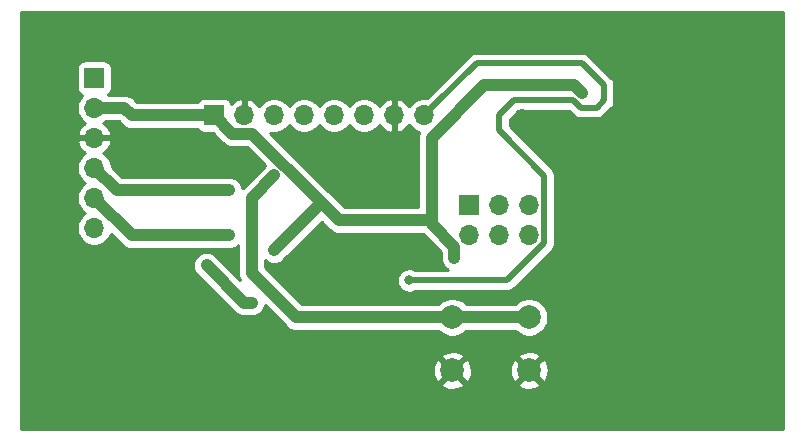
<source format=gbr>
G04 #@! TF.GenerationSoftware,KiCad,Pcbnew,(5.1.5)-3*
G04 #@! TF.CreationDate,2020-05-01T14:03:58+02:00*
G04 #@! TF.ProjectId,Arduino_Uno_R3_From_Scratch,41726475-696e-46f5-9f55-6e6f5f52335f,rev?*
G04 #@! TF.SameCoordinates,Original*
G04 #@! TF.FileFunction,Copper,L2,Bot*
G04 #@! TF.FilePolarity,Positive*
%FSLAX46Y46*%
G04 Gerber Fmt 4.6, Leading zero omitted, Abs format (unit mm)*
G04 Created by KiCad (PCBNEW (5.1.5)-3) date 2020-05-01 14:03:58*
%MOMM*%
%LPD*%
G04 APERTURE LIST*
%ADD10O,1.700000X1.700000*%
%ADD11R,1.700000X1.700000*%
%ADD12C,2.000000*%
%ADD13C,0.800000*%
%ADD14C,1.000000*%
%ADD15C,0.500000*%
%ADD16C,0.254000*%
G04 APERTURE END LIST*
D10*
X158750000Y-73660000D03*
X156210000Y-73660000D03*
X153670000Y-73660000D03*
X151130000Y-73660000D03*
X148590000Y-73660000D03*
X146050000Y-73660000D03*
X143510000Y-73660000D03*
D11*
X140970000Y-73660000D03*
D10*
X130810000Y-83185000D03*
X130810000Y-80645000D03*
X130810000Y-78105000D03*
X130810000Y-75565000D03*
X130810000Y-73025000D03*
D11*
X130810000Y-70485000D03*
D12*
X161140000Y-95250000D03*
X161140000Y-90750000D03*
X167640000Y-95250000D03*
X167640000Y-90750000D03*
D10*
X167640000Y-83820000D03*
X167640000Y-81280000D03*
X165100000Y-83820000D03*
X165100000Y-81280000D03*
X162560000Y-83820000D03*
D11*
X162560000Y-81280000D03*
D13*
X147320000Y-87630000D03*
X140335000Y-92075000D03*
X175895000Y-93980000D03*
X186690000Y-83185000D03*
X175260000Y-83185000D03*
X175031400Y-66268600D03*
X167005000Y-73660000D03*
X144145000Y-89535000D03*
X140335000Y-86360000D03*
X146050000Y-85090000D03*
X161290000Y-85725000D03*
X172085000Y-71755000D03*
X159385000Y-82549996D03*
X142240000Y-83820000D03*
X146050000Y-78740000D03*
X142240000Y-80010000D03*
X157480000Y-87630000D03*
D14*
X186690000Y-83185000D02*
X175260000Y-83185000D01*
X167005000Y-74930000D02*
X175260000Y-83185000D01*
X167005000Y-73660000D02*
X167005000Y-74930000D01*
X175895000Y-83820000D02*
X175260000Y-83185000D01*
X175895000Y-93980000D02*
X175895000Y-83820000D01*
X175260000Y-66497200D02*
X175031400Y-66268600D01*
X175260000Y-83185000D02*
X175260000Y-66497200D01*
X175031400Y-66268600D02*
X163601400Y-66268600D01*
X140335000Y-92075000D02*
X142240000Y-93980000D01*
X175895000Y-93980000D02*
X175895000Y-94615000D01*
X175895000Y-94615000D02*
X175260000Y-95250000D01*
X143510000Y-95250000D02*
X142240000Y-93980000D01*
X175495001Y-93580001D02*
X175895000Y-93980000D01*
X170964999Y-89049999D02*
X175495001Y-93580001D01*
X129399999Y-68934999D02*
X129259999Y-69074999D01*
X159385000Y-81984311D02*
X159385000Y-82549996D01*
X172085000Y-71755000D02*
X171450000Y-71120000D01*
X159385000Y-75565000D02*
X159385000Y-81984311D01*
X163830000Y-71120000D02*
X159385000Y-75565000D01*
X171450000Y-71120000D02*
X163830000Y-71120000D01*
X143510000Y-89535000D02*
X140335000Y-86360000D01*
X144145000Y-89535000D02*
X143510000Y-89535000D01*
X140970000Y-73660000D02*
X133985000Y-73660000D01*
X144217071Y-75210001D02*
X149860000Y-80852930D01*
X140970000Y-73660000D02*
X142520001Y-75210001D01*
X149860000Y-80852930D02*
X149860000Y-81280000D01*
X142520001Y-75210001D02*
X144217071Y-75210001D01*
X149860000Y-81280000D02*
X146050000Y-85090000D01*
X159385000Y-82549996D02*
X159384996Y-82550000D01*
X151557070Y-82550000D02*
X149860000Y-80852930D01*
X159384996Y-82550000D02*
X151557070Y-82550000D01*
X159385000Y-82867500D02*
X159385000Y-82549996D01*
X161290000Y-85725000D02*
X161290000Y-84772500D01*
X161290000Y-84772500D02*
X159385000Y-82867500D01*
X133350000Y-73025000D02*
X130810000Y-73025000D01*
X133985000Y-73660000D02*
X133350000Y-73025000D01*
X133985000Y-83820000D02*
X130810000Y-80645000D01*
X142240000Y-83820000D02*
X133985000Y-83820000D01*
X161140000Y-90750000D02*
X167640000Y-90750000D01*
X147900000Y-90750000D02*
X161140000Y-90750000D01*
X146050000Y-78740000D02*
X144145000Y-80645000D01*
X144145000Y-86995000D02*
X147900000Y-90750000D01*
X144145000Y-80645000D02*
X144145000Y-86995000D01*
X132715000Y-80010000D02*
X130810000Y-78105000D01*
X142240000Y-80010000D02*
X132715000Y-80010000D01*
D15*
X159599999Y-72810001D02*
X158750000Y-73660000D01*
X172085000Y-69215000D02*
X163195000Y-69215000D01*
X173990000Y-71120000D02*
X172085000Y-69215000D01*
X168940001Y-84444001D02*
X168940001Y-78770001D01*
X173355000Y-73025000D02*
X173990000Y-72390000D01*
X157480000Y-87630000D02*
X165754002Y-87630000D01*
X165100000Y-74930000D02*
X165100000Y-73660000D01*
X165100000Y-73660000D02*
X166370000Y-72390000D01*
X168940001Y-78770001D02*
X165100000Y-74930000D01*
X166370000Y-72390000D02*
X171376484Y-72390000D01*
X171376484Y-72390000D02*
X172011484Y-73025000D01*
X165754002Y-87630000D02*
X168940001Y-84444001D01*
X173990000Y-72390000D02*
X173990000Y-71120000D01*
X163195000Y-69215000D02*
X159599999Y-72810001D01*
X172011484Y-73025000D02*
X173355000Y-73025000D01*
D16*
G36*
X189103000Y-100203000D02*
G01*
X124587000Y-100203000D01*
X124587000Y-96385413D01*
X160184192Y-96385413D01*
X160279956Y-96649814D01*
X160569571Y-96790704D01*
X160881108Y-96872384D01*
X161202595Y-96891718D01*
X161521675Y-96847961D01*
X161826088Y-96742795D01*
X162000044Y-96649814D01*
X162095808Y-96385413D01*
X166684192Y-96385413D01*
X166779956Y-96649814D01*
X167069571Y-96790704D01*
X167381108Y-96872384D01*
X167702595Y-96891718D01*
X168021675Y-96847961D01*
X168326088Y-96742795D01*
X168500044Y-96649814D01*
X168595808Y-96385413D01*
X167640000Y-95429605D01*
X166684192Y-96385413D01*
X162095808Y-96385413D01*
X161140000Y-95429605D01*
X160184192Y-96385413D01*
X124587000Y-96385413D01*
X124587000Y-95312595D01*
X159498282Y-95312595D01*
X159542039Y-95631675D01*
X159647205Y-95936088D01*
X159740186Y-96110044D01*
X160004587Y-96205808D01*
X160960395Y-95250000D01*
X161319605Y-95250000D01*
X162275413Y-96205808D01*
X162539814Y-96110044D01*
X162680704Y-95820429D01*
X162762384Y-95508892D01*
X162774189Y-95312595D01*
X165998282Y-95312595D01*
X166042039Y-95631675D01*
X166147205Y-95936088D01*
X166240186Y-96110044D01*
X166504587Y-96205808D01*
X167460395Y-95250000D01*
X167819605Y-95250000D01*
X168775413Y-96205808D01*
X169039814Y-96110044D01*
X169180704Y-95820429D01*
X169262384Y-95508892D01*
X169281718Y-95187405D01*
X169237961Y-94868325D01*
X169132795Y-94563912D01*
X169039814Y-94389956D01*
X168775413Y-94294192D01*
X167819605Y-95250000D01*
X167460395Y-95250000D01*
X166504587Y-94294192D01*
X166240186Y-94389956D01*
X166099296Y-94679571D01*
X166017616Y-94991108D01*
X165998282Y-95312595D01*
X162774189Y-95312595D01*
X162781718Y-95187405D01*
X162737961Y-94868325D01*
X162632795Y-94563912D01*
X162539814Y-94389956D01*
X162275413Y-94294192D01*
X161319605Y-95250000D01*
X160960395Y-95250000D01*
X160004587Y-94294192D01*
X159740186Y-94389956D01*
X159599296Y-94679571D01*
X159517616Y-94991108D01*
X159498282Y-95312595D01*
X124587000Y-95312595D01*
X124587000Y-94114587D01*
X160184192Y-94114587D01*
X161140000Y-95070395D01*
X162095808Y-94114587D01*
X166684192Y-94114587D01*
X167640000Y-95070395D01*
X168595808Y-94114587D01*
X168500044Y-93850186D01*
X168210429Y-93709296D01*
X167898892Y-93627616D01*
X167577405Y-93608282D01*
X167258325Y-93652039D01*
X166953912Y-93757205D01*
X166779956Y-93850186D01*
X166684192Y-94114587D01*
X162095808Y-94114587D01*
X162000044Y-93850186D01*
X161710429Y-93709296D01*
X161398892Y-93627616D01*
X161077405Y-93608282D01*
X160758325Y-93652039D01*
X160453912Y-93757205D01*
X160279956Y-93850186D01*
X160184192Y-94114587D01*
X124587000Y-94114587D01*
X124587000Y-69635000D01*
X129321928Y-69635000D01*
X129321928Y-71335000D01*
X129334188Y-71459482D01*
X129370498Y-71579180D01*
X129429463Y-71689494D01*
X129508815Y-71786185D01*
X129605506Y-71865537D01*
X129715820Y-71924502D01*
X129788380Y-71946513D01*
X129656525Y-72078368D01*
X129494010Y-72321589D01*
X129382068Y-72591842D01*
X129325000Y-72878740D01*
X129325000Y-73171260D01*
X129382068Y-73458158D01*
X129494010Y-73728411D01*
X129656525Y-73971632D01*
X129863368Y-74178475D01*
X130045534Y-74300195D01*
X129928645Y-74369822D01*
X129712412Y-74564731D01*
X129538359Y-74798080D01*
X129413175Y-75060901D01*
X129368524Y-75208110D01*
X129489845Y-75438000D01*
X130683000Y-75438000D01*
X130683000Y-75418000D01*
X130937000Y-75418000D01*
X130937000Y-75438000D01*
X132130155Y-75438000D01*
X132251476Y-75208110D01*
X132206825Y-75060901D01*
X132081641Y-74798080D01*
X131907588Y-74564731D01*
X131691355Y-74369822D01*
X131574466Y-74300195D01*
X131756632Y-74178475D01*
X131775107Y-74160000D01*
X132879868Y-74160000D01*
X133143008Y-74423140D01*
X133178551Y-74466449D01*
X133258663Y-74532195D01*
X133351377Y-74608284D01*
X133548553Y-74713676D01*
X133762501Y-74778577D01*
X133985000Y-74800491D01*
X134040752Y-74795000D01*
X139552317Y-74795000D01*
X139589463Y-74864494D01*
X139668815Y-74961185D01*
X139765506Y-75040537D01*
X139875820Y-75099502D01*
X139995518Y-75135812D01*
X140120000Y-75148072D01*
X140852941Y-75148072D01*
X141678010Y-75973141D01*
X141713552Y-76016450D01*
X141886378Y-76158285D01*
X142083554Y-76263677D01*
X142297502Y-76328578D01*
X142464249Y-76345001D01*
X142464258Y-76345001D01*
X142520000Y-76350491D01*
X142575742Y-76345001D01*
X143746940Y-76345001D01*
X145294048Y-77892110D01*
X145286856Y-77898012D01*
X143381865Y-79803004D01*
X143361731Y-79819527D01*
X143358577Y-79787501D01*
X143293676Y-79573553D01*
X143188284Y-79376377D01*
X143046449Y-79203551D01*
X142873623Y-79061716D01*
X142676447Y-78956324D01*
X142462499Y-78891423D01*
X142295752Y-78875000D01*
X133185132Y-78875000D01*
X132295000Y-77984869D01*
X132295000Y-77958740D01*
X132237932Y-77671842D01*
X132125990Y-77401589D01*
X131963475Y-77158368D01*
X131756632Y-76951525D01*
X131574466Y-76829805D01*
X131691355Y-76760178D01*
X131907588Y-76565269D01*
X132081641Y-76331920D01*
X132206825Y-76069099D01*
X132251476Y-75921890D01*
X132130155Y-75692000D01*
X130937000Y-75692000D01*
X130937000Y-75712000D01*
X130683000Y-75712000D01*
X130683000Y-75692000D01*
X129489845Y-75692000D01*
X129368524Y-75921890D01*
X129413175Y-76069099D01*
X129538359Y-76331920D01*
X129712412Y-76565269D01*
X129928645Y-76760178D01*
X130045534Y-76829805D01*
X129863368Y-76951525D01*
X129656525Y-77158368D01*
X129494010Y-77401589D01*
X129382068Y-77671842D01*
X129325000Y-77958740D01*
X129325000Y-78251260D01*
X129382068Y-78538158D01*
X129494010Y-78808411D01*
X129656525Y-79051632D01*
X129863368Y-79258475D01*
X130037760Y-79375000D01*
X129863368Y-79491525D01*
X129656525Y-79698368D01*
X129494010Y-79941589D01*
X129382068Y-80211842D01*
X129325000Y-80498740D01*
X129325000Y-80791260D01*
X129382068Y-81078158D01*
X129494010Y-81348411D01*
X129656525Y-81591632D01*
X129863368Y-81798475D01*
X130037760Y-81915000D01*
X129863368Y-82031525D01*
X129656525Y-82238368D01*
X129494010Y-82481589D01*
X129382068Y-82751842D01*
X129325000Y-83038740D01*
X129325000Y-83331260D01*
X129382068Y-83618158D01*
X129494010Y-83888411D01*
X129656525Y-84131632D01*
X129863368Y-84338475D01*
X130106589Y-84500990D01*
X130376842Y-84612932D01*
X130663740Y-84670000D01*
X130956260Y-84670000D01*
X131243158Y-84612932D01*
X131513411Y-84500990D01*
X131756632Y-84338475D01*
X131963475Y-84131632D01*
X132125990Y-83888411D01*
X132220386Y-83660518D01*
X133143009Y-84583141D01*
X133178551Y-84626449D01*
X133351377Y-84768284D01*
X133537002Y-84867502D01*
X133548553Y-84873676D01*
X133762501Y-84938577D01*
X133984999Y-84960491D01*
X134040751Y-84955000D01*
X142295752Y-84955000D01*
X142462499Y-84938577D01*
X142676447Y-84873676D01*
X142873623Y-84768284D01*
X143010001Y-84656361D01*
X143010001Y-86939239D01*
X143004509Y-86995000D01*
X143026423Y-87217498D01*
X143091324Y-87431446D01*
X143091325Y-87431447D01*
X143182895Y-87602763D01*
X141098143Y-85518012D01*
X140968622Y-85411717D01*
X140771446Y-85306324D01*
X140557498Y-85241423D01*
X140335000Y-85219509D01*
X140112502Y-85241423D01*
X139898554Y-85306324D01*
X139701378Y-85411717D01*
X139528552Y-85553552D01*
X139386717Y-85726378D01*
X139281324Y-85923554D01*
X139216423Y-86137502D01*
X139194509Y-86360000D01*
X139216423Y-86582498D01*
X139281324Y-86796446D01*
X139386717Y-86993622D01*
X139493012Y-87123143D01*
X142668009Y-90298141D01*
X142703551Y-90341449D01*
X142876377Y-90483284D01*
X143073553Y-90588676D01*
X143287501Y-90653577D01*
X143509999Y-90675491D01*
X143565751Y-90670000D01*
X144200752Y-90670000D01*
X144367499Y-90653577D01*
X144581447Y-90588676D01*
X144778623Y-90483284D01*
X144951449Y-90341449D01*
X145093284Y-90168623D01*
X145198676Y-89971447D01*
X145263577Y-89757499D01*
X145267055Y-89722186D01*
X147058009Y-91513141D01*
X147093551Y-91556449D01*
X147266377Y-91698284D01*
X147442180Y-91792252D01*
X147463553Y-91803676D01*
X147677501Y-91868577D01*
X147900000Y-91890491D01*
X147955751Y-91885000D01*
X159962761Y-91885000D01*
X160097748Y-92019987D01*
X160365537Y-92198918D01*
X160663088Y-92322168D01*
X160978967Y-92385000D01*
X161301033Y-92385000D01*
X161616912Y-92322168D01*
X161914463Y-92198918D01*
X162182252Y-92019987D01*
X162317239Y-91885000D01*
X166462761Y-91885000D01*
X166597748Y-92019987D01*
X166865537Y-92198918D01*
X167163088Y-92322168D01*
X167478967Y-92385000D01*
X167801033Y-92385000D01*
X168116912Y-92322168D01*
X168414463Y-92198918D01*
X168682252Y-92019987D01*
X168909987Y-91792252D01*
X169088918Y-91524463D01*
X169212168Y-91226912D01*
X169275000Y-90911033D01*
X169275000Y-90588967D01*
X169212168Y-90273088D01*
X169088918Y-89975537D01*
X168909987Y-89707748D01*
X168682252Y-89480013D01*
X168414463Y-89301082D01*
X168116912Y-89177832D01*
X167801033Y-89115000D01*
X167478967Y-89115000D01*
X167163088Y-89177832D01*
X166865537Y-89301082D01*
X166597748Y-89480013D01*
X166462761Y-89615000D01*
X162317239Y-89615000D01*
X162182252Y-89480013D01*
X161914463Y-89301082D01*
X161616912Y-89177832D01*
X161301033Y-89115000D01*
X160978967Y-89115000D01*
X160663088Y-89177832D01*
X160365537Y-89301082D01*
X160097748Y-89480013D01*
X159962761Y-89615000D01*
X148370132Y-89615000D01*
X145280000Y-86524869D01*
X145280000Y-85926360D01*
X145416378Y-86038283D01*
X145613554Y-86143676D01*
X145827502Y-86208577D01*
X146050000Y-86230491D01*
X146272498Y-86208577D01*
X146486446Y-86143676D01*
X146683622Y-86038283D01*
X146813143Y-85931988D01*
X150073536Y-82671597D01*
X150715077Y-83313139D01*
X150750621Y-83356449D01*
X150923447Y-83498284D01*
X151120623Y-83603676D01*
X151334571Y-83668577D01*
X151501318Y-83685000D01*
X151501327Y-83685000D01*
X151557069Y-83690490D01*
X151612811Y-83685000D01*
X158592017Y-83685000D01*
X158621865Y-83709496D01*
X160155000Y-85242632D01*
X160155000Y-85780751D01*
X160171423Y-85947498D01*
X160236324Y-86161446D01*
X160341716Y-86358623D01*
X160483551Y-86531449D01*
X160656377Y-86673284D01*
X160790549Y-86745000D01*
X158018454Y-86745000D01*
X157970256Y-86712795D01*
X157781898Y-86634774D01*
X157581939Y-86595000D01*
X157378061Y-86595000D01*
X157178102Y-86634774D01*
X156989744Y-86712795D01*
X156820226Y-86826063D01*
X156676063Y-86970226D01*
X156562795Y-87139744D01*
X156484774Y-87328102D01*
X156445000Y-87528061D01*
X156445000Y-87731939D01*
X156484774Y-87931898D01*
X156562795Y-88120256D01*
X156676063Y-88289774D01*
X156820226Y-88433937D01*
X156989744Y-88547205D01*
X157178102Y-88625226D01*
X157378061Y-88665000D01*
X157581939Y-88665000D01*
X157781898Y-88625226D01*
X157970256Y-88547205D01*
X158018454Y-88515000D01*
X165710533Y-88515000D01*
X165754002Y-88519281D01*
X165797471Y-88515000D01*
X165797479Y-88515000D01*
X165927492Y-88502195D01*
X166094315Y-88451589D01*
X166248061Y-88369411D01*
X166382819Y-88258817D01*
X166410536Y-88225044D01*
X169535051Y-85100530D01*
X169568818Y-85072818D01*
X169679412Y-84938060D01*
X169761590Y-84784314D01*
X169812196Y-84617491D01*
X169825001Y-84487478D01*
X169825001Y-84487470D01*
X169829282Y-84444001D01*
X169825001Y-84400532D01*
X169825001Y-78813466D01*
X169829282Y-78770000D01*
X169825001Y-78726534D01*
X169825001Y-78726524D01*
X169812196Y-78596511D01*
X169761590Y-78429688D01*
X169679412Y-78275942D01*
X169568818Y-78141184D01*
X169535050Y-78113471D01*
X165985000Y-74563422D01*
X165985000Y-74026578D01*
X166736579Y-73275000D01*
X171009906Y-73275000D01*
X171354954Y-73620049D01*
X171382667Y-73653817D01*
X171416435Y-73681530D01*
X171416437Y-73681532D01*
X171517425Y-73764411D01*
X171671170Y-73846589D01*
X171837994Y-73897195D01*
X171968007Y-73910000D01*
X171968015Y-73910000D01*
X172011484Y-73914281D01*
X172054953Y-73910000D01*
X173311531Y-73910000D01*
X173355000Y-73914281D01*
X173398469Y-73910000D01*
X173398477Y-73910000D01*
X173528490Y-73897195D01*
X173695313Y-73846589D01*
X173849059Y-73764411D01*
X173983817Y-73653817D01*
X174011534Y-73620044D01*
X174585050Y-73046529D01*
X174618817Y-73018817D01*
X174646533Y-72985046D01*
X174729411Y-72884059D01*
X174811589Y-72730314D01*
X174862195Y-72563490D01*
X174865986Y-72525000D01*
X174875000Y-72433477D01*
X174875000Y-72433469D01*
X174879281Y-72390000D01*
X174875000Y-72346531D01*
X174875000Y-71163469D01*
X174879281Y-71120000D01*
X174875000Y-71076531D01*
X174875000Y-71076523D01*
X174862195Y-70946510D01*
X174811589Y-70779687D01*
X174729411Y-70625941D01*
X174618817Y-70491183D01*
X174585049Y-70463470D01*
X172741534Y-68619956D01*
X172713817Y-68586183D01*
X172579059Y-68475589D01*
X172425313Y-68393411D01*
X172258490Y-68342805D01*
X172128477Y-68330000D01*
X172128469Y-68330000D01*
X172085000Y-68325719D01*
X172041531Y-68330000D01*
X163238465Y-68330000D01*
X163194999Y-68325719D01*
X163151533Y-68330000D01*
X163151523Y-68330000D01*
X163021510Y-68342805D01*
X162854687Y-68393411D01*
X162700941Y-68475589D01*
X162700939Y-68475590D01*
X162700940Y-68475590D01*
X162599953Y-68558468D01*
X162599951Y-68558470D01*
X162566183Y-68586183D01*
X162538470Y-68619951D01*
X159004957Y-72153465D01*
X159004952Y-72153469D01*
X158968960Y-72189461D01*
X158896260Y-72175000D01*
X158603740Y-72175000D01*
X158316842Y-72232068D01*
X158046589Y-72344010D01*
X157803368Y-72506525D01*
X157596525Y-72713368D01*
X157474805Y-72895534D01*
X157405178Y-72778645D01*
X157210269Y-72562412D01*
X156976920Y-72388359D01*
X156714099Y-72263175D01*
X156566890Y-72218524D01*
X156337000Y-72339845D01*
X156337000Y-73533000D01*
X156357000Y-73533000D01*
X156357000Y-73787000D01*
X156337000Y-73787000D01*
X156337000Y-74980155D01*
X156566890Y-75101476D01*
X156714099Y-75056825D01*
X156976920Y-74931641D01*
X157210269Y-74757588D01*
X157405178Y-74541355D01*
X157474805Y-74424466D01*
X157596525Y-74606632D01*
X157803368Y-74813475D01*
X158046589Y-74975990D01*
X158316842Y-75087932D01*
X158349558Y-75094440D01*
X158344721Y-75103490D01*
X158331324Y-75128554D01*
X158266423Y-75342502D01*
X158244509Y-75565000D01*
X158250000Y-75620752D01*
X158250001Y-81415000D01*
X152027202Y-81415000D01*
X150701998Y-80089797D01*
X150701989Y-80089786D01*
X150701987Y-80089784D01*
X150666449Y-80046481D01*
X150623145Y-80010942D01*
X145720815Y-75108614D01*
X145903740Y-75145000D01*
X146196260Y-75145000D01*
X146483158Y-75087932D01*
X146753411Y-74975990D01*
X146996632Y-74813475D01*
X147203475Y-74606632D01*
X147320000Y-74432240D01*
X147436525Y-74606632D01*
X147643368Y-74813475D01*
X147886589Y-74975990D01*
X148156842Y-75087932D01*
X148443740Y-75145000D01*
X148736260Y-75145000D01*
X149023158Y-75087932D01*
X149293411Y-74975990D01*
X149536632Y-74813475D01*
X149743475Y-74606632D01*
X149860000Y-74432240D01*
X149976525Y-74606632D01*
X150183368Y-74813475D01*
X150426589Y-74975990D01*
X150696842Y-75087932D01*
X150983740Y-75145000D01*
X151276260Y-75145000D01*
X151563158Y-75087932D01*
X151833411Y-74975990D01*
X152076632Y-74813475D01*
X152283475Y-74606632D01*
X152400000Y-74432240D01*
X152516525Y-74606632D01*
X152723368Y-74813475D01*
X152966589Y-74975990D01*
X153236842Y-75087932D01*
X153523740Y-75145000D01*
X153816260Y-75145000D01*
X154103158Y-75087932D01*
X154373411Y-74975990D01*
X154616632Y-74813475D01*
X154823475Y-74606632D01*
X154945195Y-74424466D01*
X155014822Y-74541355D01*
X155209731Y-74757588D01*
X155443080Y-74931641D01*
X155705901Y-75056825D01*
X155853110Y-75101476D01*
X156083000Y-74980155D01*
X156083000Y-73787000D01*
X156063000Y-73787000D01*
X156063000Y-73533000D01*
X156083000Y-73533000D01*
X156083000Y-72339845D01*
X155853110Y-72218524D01*
X155705901Y-72263175D01*
X155443080Y-72388359D01*
X155209731Y-72562412D01*
X155014822Y-72778645D01*
X154945195Y-72895534D01*
X154823475Y-72713368D01*
X154616632Y-72506525D01*
X154373411Y-72344010D01*
X154103158Y-72232068D01*
X153816260Y-72175000D01*
X153523740Y-72175000D01*
X153236842Y-72232068D01*
X152966589Y-72344010D01*
X152723368Y-72506525D01*
X152516525Y-72713368D01*
X152400000Y-72887760D01*
X152283475Y-72713368D01*
X152076632Y-72506525D01*
X151833411Y-72344010D01*
X151563158Y-72232068D01*
X151276260Y-72175000D01*
X150983740Y-72175000D01*
X150696842Y-72232068D01*
X150426589Y-72344010D01*
X150183368Y-72506525D01*
X149976525Y-72713368D01*
X149860000Y-72887760D01*
X149743475Y-72713368D01*
X149536632Y-72506525D01*
X149293411Y-72344010D01*
X149023158Y-72232068D01*
X148736260Y-72175000D01*
X148443740Y-72175000D01*
X148156842Y-72232068D01*
X147886589Y-72344010D01*
X147643368Y-72506525D01*
X147436525Y-72713368D01*
X147320000Y-72887760D01*
X147203475Y-72713368D01*
X146996632Y-72506525D01*
X146753411Y-72344010D01*
X146483158Y-72232068D01*
X146196260Y-72175000D01*
X145903740Y-72175000D01*
X145616842Y-72232068D01*
X145346589Y-72344010D01*
X145103368Y-72506525D01*
X144896525Y-72713368D01*
X144774805Y-72895534D01*
X144705178Y-72778645D01*
X144510269Y-72562412D01*
X144276920Y-72388359D01*
X144014099Y-72263175D01*
X143866890Y-72218524D01*
X143637000Y-72339845D01*
X143637000Y-73533000D01*
X143657000Y-73533000D01*
X143657000Y-73787000D01*
X143637000Y-73787000D01*
X143637000Y-73807000D01*
X143383000Y-73807000D01*
X143383000Y-73787000D01*
X143363000Y-73787000D01*
X143363000Y-73533000D01*
X143383000Y-73533000D01*
X143383000Y-72339845D01*
X143153110Y-72218524D01*
X143005901Y-72263175D01*
X142743080Y-72388359D01*
X142509731Y-72562412D01*
X142433966Y-72646466D01*
X142409502Y-72565820D01*
X142350537Y-72455506D01*
X142271185Y-72358815D01*
X142174494Y-72279463D01*
X142064180Y-72220498D01*
X141944482Y-72184188D01*
X141820000Y-72171928D01*
X140120000Y-72171928D01*
X139995518Y-72184188D01*
X139875820Y-72220498D01*
X139765506Y-72279463D01*
X139668815Y-72358815D01*
X139589463Y-72455506D01*
X139552317Y-72525000D01*
X134455131Y-72525000D01*
X134191995Y-72261864D01*
X134156449Y-72218551D01*
X133983623Y-72076716D01*
X133786447Y-71971324D01*
X133572499Y-71906423D01*
X133405752Y-71890000D01*
X133405751Y-71890000D01*
X133350000Y-71884509D01*
X133294249Y-71890000D01*
X131968728Y-71890000D01*
X132014494Y-71865537D01*
X132111185Y-71786185D01*
X132190537Y-71689494D01*
X132249502Y-71579180D01*
X132285812Y-71459482D01*
X132298072Y-71335000D01*
X132298072Y-69635000D01*
X132285812Y-69510518D01*
X132249502Y-69390820D01*
X132190537Y-69280506D01*
X132111185Y-69183815D01*
X132014494Y-69104463D01*
X131904180Y-69045498D01*
X131784482Y-69009188D01*
X131660000Y-68996928D01*
X129960000Y-68996928D01*
X129835518Y-69009188D01*
X129715820Y-69045498D01*
X129605506Y-69104463D01*
X129508815Y-69183815D01*
X129429463Y-69280506D01*
X129370498Y-69390820D01*
X129334188Y-69510518D01*
X129321928Y-69635000D01*
X124587000Y-69635000D01*
X124587000Y-64897000D01*
X189103000Y-64897000D01*
X189103000Y-100203000D01*
G37*
X189103000Y-100203000D02*
X124587000Y-100203000D01*
X124587000Y-96385413D01*
X160184192Y-96385413D01*
X160279956Y-96649814D01*
X160569571Y-96790704D01*
X160881108Y-96872384D01*
X161202595Y-96891718D01*
X161521675Y-96847961D01*
X161826088Y-96742795D01*
X162000044Y-96649814D01*
X162095808Y-96385413D01*
X166684192Y-96385413D01*
X166779956Y-96649814D01*
X167069571Y-96790704D01*
X167381108Y-96872384D01*
X167702595Y-96891718D01*
X168021675Y-96847961D01*
X168326088Y-96742795D01*
X168500044Y-96649814D01*
X168595808Y-96385413D01*
X167640000Y-95429605D01*
X166684192Y-96385413D01*
X162095808Y-96385413D01*
X161140000Y-95429605D01*
X160184192Y-96385413D01*
X124587000Y-96385413D01*
X124587000Y-95312595D01*
X159498282Y-95312595D01*
X159542039Y-95631675D01*
X159647205Y-95936088D01*
X159740186Y-96110044D01*
X160004587Y-96205808D01*
X160960395Y-95250000D01*
X161319605Y-95250000D01*
X162275413Y-96205808D01*
X162539814Y-96110044D01*
X162680704Y-95820429D01*
X162762384Y-95508892D01*
X162774189Y-95312595D01*
X165998282Y-95312595D01*
X166042039Y-95631675D01*
X166147205Y-95936088D01*
X166240186Y-96110044D01*
X166504587Y-96205808D01*
X167460395Y-95250000D01*
X167819605Y-95250000D01*
X168775413Y-96205808D01*
X169039814Y-96110044D01*
X169180704Y-95820429D01*
X169262384Y-95508892D01*
X169281718Y-95187405D01*
X169237961Y-94868325D01*
X169132795Y-94563912D01*
X169039814Y-94389956D01*
X168775413Y-94294192D01*
X167819605Y-95250000D01*
X167460395Y-95250000D01*
X166504587Y-94294192D01*
X166240186Y-94389956D01*
X166099296Y-94679571D01*
X166017616Y-94991108D01*
X165998282Y-95312595D01*
X162774189Y-95312595D01*
X162781718Y-95187405D01*
X162737961Y-94868325D01*
X162632795Y-94563912D01*
X162539814Y-94389956D01*
X162275413Y-94294192D01*
X161319605Y-95250000D01*
X160960395Y-95250000D01*
X160004587Y-94294192D01*
X159740186Y-94389956D01*
X159599296Y-94679571D01*
X159517616Y-94991108D01*
X159498282Y-95312595D01*
X124587000Y-95312595D01*
X124587000Y-94114587D01*
X160184192Y-94114587D01*
X161140000Y-95070395D01*
X162095808Y-94114587D01*
X166684192Y-94114587D01*
X167640000Y-95070395D01*
X168595808Y-94114587D01*
X168500044Y-93850186D01*
X168210429Y-93709296D01*
X167898892Y-93627616D01*
X167577405Y-93608282D01*
X167258325Y-93652039D01*
X166953912Y-93757205D01*
X166779956Y-93850186D01*
X166684192Y-94114587D01*
X162095808Y-94114587D01*
X162000044Y-93850186D01*
X161710429Y-93709296D01*
X161398892Y-93627616D01*
X161077405Y-93608282D01*
X160758325Y-93652039D01*
X160453912Y-93757205D01*
X160279956Y-93850186D01*
X160184192Y-94114587D01*
X124587000Y-94114587D01*
X124587000Y-69635000D01*
X129321928Y-69635000D01*
X129321928Y-71335000D01*
X129334188Y-71459482D01*
X129370498Y-71579180D01*
X129429463Y-71689494D01*
X129508815Y-71786185D01*
X129605506Y-71865537D01*
X129715820Y-71924502D01*
X129788380Y-71946513D01*
X129656525Y-72078368D01*
X129494010Y-72321589D01*
X129382068Y-72591842D01*
X129325000Y-72878740D01*
X129325000Y-73171260D01*
X129382068Y-73458158D01*
X129494010Y-73728411D01*
X129656525Y-73971632D01*
X129863368Y-74178475D01*
X130045534Y-74300195D01*
X129928645Y-74369822D01*
X129712412Y-74564731D01*
X129538359Y-74798080D01*
X129413175Y-75060901D01*
X129368524Y-75208110D01*
X129489845Y-75438000D01*
X130683000Y-75438000D01*
X130683000Y-75418000D01*
X130937000Y-75418000D01*
X130937000Y-75438000D01*
X132130155Y-75438000D01*
X132251476Y-75208110D01*
X132206825Y-75060901D01*
X132081641Y-74798080D01*
X131907588Y-74564731D01*
X131691355Y-74369822D01*
X131574466Y-74300195D01*
X131756632Y-74178475D01*
X131775107Y-74160000D01*
X132879868Y-74160000D01*
X133143008Y-74423140D01*
X133178551Y-74466449D01*
X133258663Y-74532195D01*
X133351377Y-74608284D01*
X133548553Y-74713676D01*
X133762501Y-74778577D01*
X133985000Y-74800491D01*
X134040752Y-74795000D01*
X139552317Y-74795000D01*
X139589463Y-74864494D01*
X139668815Y-74961185D01*
X139765506Y-75040537D01*
X139875820Y-75099502D01*
X139995518Y-75135812D01*
X140120000Y-75148072D01*
X140852941Y-75148072D01*
X141678010Y-75973141D01*
X141713552Y-76016450D01*
X141886378Y-76158285D01*
X142083554Y-76263677D01*
X142297502Y-76328578D01*
X142464249Y-76345001D01*
X142464258Y-76345001D01*
X142520000Y-76350491D01*
X142575742Y-76345001D01*
X143746940Y-76345001D01*
X145294048Y-77892110D01*
X145286856Y-77898012D01*
X143381865Y-79803004D01*
X143361731Y-79819527D01*
X143358577Y-79787501D01*
X143293676Y-79573553D01*
X143188284Y-79376377D01*
X143046449Y-79203551D01*
X142873623Y-79061716D01*
X142676447Y-78956324D01*
X142462499Y-78891423D01*
X142295752Y-78875000D01*
X133185132Y-78875000D01*
X132295000Y-77984869D01*
X132295000Y-77958740D01*
X132237932Y-77671842D01*
X132125990Y-77401589D01*
X131963475Y-77158368D01*
X131756632Y-76951525D01*
X131574466Y-76829805D01*
X131691355Y-76760178D01*
X131907588Y-76565269D01*
X132081641Y-76331920D01*
X132206825Y-76069099D01*
X132251476Y-75921890D01*
X132130155Y-75692000D01*
X130937000Y-75692000D01*
X130937000Y-75712000D01*
X130683000Y-75712000D01*
X130683000Y-75692000D01*
X129489845Y-75692000D01*
X129368524Y-75921890D01*
X129413175Y-76069099D01*
X129538359Y-76331920D01*
X129712412Y-76565269D01*
X129928645Y-76760178D01*
X130045534Y-76829805D01*
X129863368Y-76951525D01*
X129656525Y-77158368D01*
X129494010Y-77401589D01*
X129382068Y-77671842D01*
X129325000Y-77958740D01*
X129325000Y-78251260D01*
X129382068Y-78538158D01*
X129494010Y-78808411D01*
X129656525Y-79051632D01*
X129863368Y-79258475D01*
X130037760Y-79375000D01*
X129863368Y-79491525D01*
X129656525Y-79698368D01*
X129494010Y-79941589D01*
X129382068Y-80211842D01*
X129325000Y-80498740D01*
X129325000Y-80791260D01*
X129382068Y-81078158D01*
X129494010Y-81348411D01*
X129656525Y-81591632D01*
X129863368Y-81798475D01*
X130037760Y-81915000D01*
X129863368Y-82031525D01*
X129656525Y-82238368D01*
X129494010Y-82481589D01*
X129382068Y-82751842D01*
X129325000Y-83038740D01*
X129325000Y-83331260D01*
X129382068Y-83618158D01*
X129494010Y-83888411D01*
X129656525Y-84131632D01*
X129863368Y-84338475D01*
X130106589Y-84500990D01*
X130376842Y-84612932D01*
X130663740Y-84670000D01*
X130956260Y-84670000D01*
X131243158Y-84612932D01*
X131513411Y-84500990D01*
X131756632Y-84338475D01*
X131963475Y-84131632D01*
X132125990Y-83888411D01*
X132220386Y-83660518D01*
X133143009Y-84583141D01*
X133178551Y-84626449D01*
X133351377Y-84768284D01*
X133537002Y-84867502D01*
X133548553Y-84873676D01*
X133762501Y-84938577D01*
X133984999Y-84960491D01*
X134040751Y-84955000D01*
X142295752Y-84955000D01*
X142462499Y-84938577D01*
X142676447Y-84873676D01*
X142873623Y-84768284D01*
X143010001Y-84656361D01*
X143010001Y-86939239D01*
X143004509Y-86995000D01*
X143026423Y-87217498D01*
X143091324Y-87431446D01*
X143091325Y-87431447D01*
X143182895Y-87602763D01*
X141098143Y-85518012D01*
X140968622Y-85411717D01*
X140771446Y-85306324D01*
X140557498Y-85241423D01*
X140335000Y-85219509D01*
X140112502Y-85241423D01*
X139898554Y-85306324D01*
X139701378Y-85411717D01*
X139528552Y-85553552D01*
X139386717Y-85726378D01*
X139281324Y-85923554D01*
X139216423Y-86137502D01*
X139194509Y-86360000D01*
X139216423Y-86582498D01*
X139281324Y-86796446D01*
X139386717Y-86993622D01*
X139493012Y-87123143D01*
X142668009Y-90298141D01*
X142703551Y-90341449D01*
X142876377Y-90483284D01*
X143073553Y-90588676D01*
X143287501Y-90653577D01*
X143509999Y-90675491D01*
X143565751Y-90670000D01*
X144200752Y-90670000D01*
X144367499Y-90653577D01*
X144581447Y-90588676D01*
X144778623Y-90483284D01*
X144951449Y-90341449D01*
X145093284Y-90168623D01*
X145198676Y-89971447D01*
X145263577Y-89757499D01*
X145267055Y-89722186D01*
X147058009Y-91513141D01*
X147093551Y-91556449D01*
X147266377Y-91698284D01*
X147442180Y-91792252D01*
X147463553Y-91803676D01*
X147677501Y-91868577D01*
X147900000Y-91890491D01*
X147955751Y-91885000D01*
X159962761Y-91885000D01*
X160097748Y-92019987D01*
X160365537Y-92198918D01*
X160663088Y-92322168D01*
X160978967Y-92385000D01*
X161301033Y-92385000D01*
X161616912Y-92322168D01*
X161914463Y-92198918D01*
X162182252Y-92019987D01*
X162317239Y-91885000D01*
X166462761Y-91885000D01*
X166597748Y-92019987D01*
X166865537Y-92198918D01*
X167163088Y-92322168D01*
X167478967Y-92385000D01*
X167801033Y-92385000D01*
X168116912Y-92322168D01*
X168414463Y-92198918D01*
X168682252Y-92019987D01*
X168909987Y-91792252D01*
X169088918Y-91524463D01*
X169212168Y-91226912D01*
X169275000Y-90911033D01*
X169275000Y-90588967D01*
X169212168Y-90273088D01*
X169088918Y-89975537D01*
X168909987Y-89707748D01*
X168682252Y-89480013D01*
X168414463Y-89301082D01*
X168116912Y-89177832D01*
X167801033Y-89115000D01*
X167478967Y-89115000D01*
X167163088Y-89177832D01*
X166865537Y-89301082D01*
X166597748Y-89480013D01*
X166462761Y-89615000D01*
X162317239Y-89615000D01*
X162182252Y-89480013D01*
X161914463Y-89301082D01*
X161616912Y-89177832D01*
X161301033Y-89115000D01*
X160978967Y-89115000D01*
X160663088Y-89177832D01*
X160365537Y-89301082D01*
X160097748Y-89480013D01*
X159962761Y-89615000D01*
X148370132Y-89615000D01*
X145280000Y-86524869D01*
X145280000Y-85926360D01*
X145416378Y-86038283D01*
X145613554Y-86143676D01*
X145827502Y-86208577D01*
X146050000Y-86230491D01*
X146272498Y-86208577D01*
X146486446Y-86143676D01*
X146683622Y-86038283D01*
X146813143Y-85931988D01*
X150073536Y-82671597D01*
X150715077Y-83313139D01*
X150750621Y-83356449D01*
X150923447Y-83498284D01*
X151120623Y-83603676D01*
X151334571Y-83668577D01*
X151501318Y-83685000D01*
X151501327Y-83685000D01*
X151557069Y-83690490D01*
X151612811Y-83685000D01*
X158592017Y-83685000D01*
X158621865Y-83709496D01*
X160155000Y-85242632D01*
X160155000Y-85780751D01*
X160171423Y-85947498D01*
X160236324Y-86161446D01*
X160341716Y-86358623D01*
X160483551Y-86531449D01*
X160656377Y-86673284D01*
X160790549Y-86745000D01*
X158018454Y-86745000D01*
X157970256Y-86712795D01*
X157781898Y-86634774D01*
X157581939Y-86595000D01*
X157378061Y-86595000D01*
X157178102Y-86634774D01*
X156989744Y-86712795D01*
X156820226Y-86826063D01*
X156676063Y-86970226D01*
X156562795Y-87139744D01*
X156484774Y-87328102D01*
X156445000Y-87528061D01*
X156445000Y-87731939D01*
X156484774Y-87931898D01*
X156562795Y-88120256D01*
X156676063Y-88289774D01*
X156820226Y-88433937D01*
X156989744Y-88547205D01*
X157178102Y-88625226D01*
X157378061Y-88665000D01*
X157581939Y-88665000D01*
X157781898Y-88625226D01*
X157970256Y-88547205D01*
X158018454Y-88515000D01*
X165710533Y-88515000D01*
X165754002Y-88519281D01*
X165797471Y-88515000D01*
X165797479Y-88515000D01*
X165927492Y-88502195D01*
X166094315Y-88451589D01*
X166248061Y-88369411D01*
X166382819Y-88258817D01*
X166410536Y-88225044D01*
X169535051Y-85100530D01*
X169568818Y-85072818D01*
X169679412Y-84938060D01*
X169761590Y-84784314D01*
X169812196Y-84617491D01*
X169825001Y-84487478D01*
X169825001Y-84487470D01*
X169829282Y-84444001D01*
X169825001Y-84400532D01*
X169825001Y-78813466D01*
X169829282Y-78770000D01*
X169825001Y-78726534D01*
X169825001Y-78726524D01*
X169812196Y-78596511D01*
X169761590Y-78429688D01*
X169679412Y-78275942D01*
X169568818Y-78141184D01*
X169535050Y-78113471D01*
X165985000Y-74563422D01*
X165985000Y-74026578D01*
X166736579Y-73275000D01*
X171009906Y-73275000D01*
X171354954Y-73620049D01*
X171382667Y-73653817D01*
X171416435Y-73681530D01*
X171416437Y-73681532D01*
X171517425Y-73764411D01*
X171671170Y-73846589D01*
X171837994Y-73897195D01*
X171968007Y-73910000D01*
X171968015Y-73910000D01*
X172011484Y-73914281D01*
X172054953Y-73910000D01*
X173311531Y-73910000D01*
X173355000Y-73914281D01*
X173398469Y-73910000D01*
X173398477Y-73910000D01*
X173528490Y-73897195D01*
X173695313Y-73846589D01*
X173849059Y-73764411D01*
X173983817Y-73653817D01*
X174011534Y-73620044D01*
X174585050Y-73046529D01*
X174618817Y-73018817D01*
X174646533Y-72985046D01*
X174729411Y-72884059D01*
X174811589Y-72730314D01*
X174862195Y-72563490D01*
X174865986Y-72525000D01*
X174875000Y-72433477D01*
X174875000Y-72433469D01*
X174879281Y-72390000D01*
X174875000Y-72346531D01*
X174875000Y-71163469D01*
X174879281Y-71120000D01*
X174875000Y-71076531D01*
X174875000Y-71076523D01*
X174862195Y-70946510D01*
X174811589Y-70779687D01*
X174729411Y-70625941D01*
X174618817Y-70491183D01*
X174585049Y-70463470D01*
X172741534Y-68619956D01*
X172713817Y-68586183D01*
X172579059Y-68475589D01*
X172425313Y-68393411D01*
X172258490Y-68342805D01*
X172128477Y-68330000D01*
X172128469Y-68330000D01*
X172085000Y-68325719D01*
X172041531Y-68330000D01*
X163238465Y-68330000D01*
X163194999Y-68325719D01*
X163151533Y-68330000D01*
X163151523Y-68330000D01*
X163021510Y-68342805D01*
X162854687Y-68393411D01*
X162700941Y-68475589D01*
X162700939Y-68475590D01*
X162700940Y-68475590D01*
X162599953Y-68558468D01*
X162599951Y-68558470D01*
X162566183Y-68586183D01*
X162538470Y-68619951D01*
X159004957Y-72153465D01*
X159004952Y-72153469D01*
X158968960Y-72189461D01*
X158896260Y-72175000D01*
X158603740Y-72175000D01*
X158316842Y-72232068D01*
X158046589Y-72344010D01*
X157803368Y-72506525D01*
X157596525Y-72713368D01*
X157474805Y-72895534D01*
X157405178Y-72778645D01*
X157210269Y-72562412D01*
X156976920Y-72388359D01*
X156714099Y-72263175D01*
X156566890Y-72218524D01*
X156337000Y-72339845D01*
X156337000Y-73533000D01*
X156357000Y-73533000D01*
X156357000Y-73787000D01*
X156337000Y-73787000D01*
X156337000Y-74980155D01*
X156566890Y-75101476D01*
X156714099Y-75056825D01*
X156976920Y-74931641D01*
X157210269Y-74757588D01*
X157405178Y-74541355D01*
X157474805Y-74424466D01*
X157596525Y-74606632D01*
X157803368Y-74813475D01*
X158046589Y-74975990D01*
X158316842Y-75087932D01*
X158349558Y-75094440D01*
X158344721Y-75103490D01*
X158331324Y-75128554D01*
X158266423Y-75342502D01*
X158244509Y-75565000D01*
X158250000Y-75620752D01*
X158250001Y-81415000D01*
X152027202Y-81415000D01*
X150701998Y-80089797D01*
X150701989Y-80089786D01*
X150701987Y-80089784D01*
X150666449Y-80046481D01*
X150623145Y-80010942D01*
X145720815Y-75108614D01*
X145903740Y-75145000D01*
X146196260Y-75145000D01*
X146483158Y-75087932D01*
X146753411Y-74975990D01*
X146996632Y-74813475D01*
X147203475Y-74606632D01*
X147320000Y-74432240D01*
X147436525Y-74606632D01*
X147643368Y-74813475D01*
X147886589Y-74975990D01*
X148156842Y-75087932D01*
X148443740Y-75145000D01*
X148736260Y-75145000D01*
X149023158Y-75087932D01*
X149293411Y-74975990D01*
X149536632Y-74813475D01*
X149743475Y-74606632D01*
X149860000Y-74432240D01*
X149976525Y-74606632D01*
X150183368Y-74813475D01*
X150426589Y-74975990D01*
X150696842Y-75087932D01*
X150983740Y-75145000D01*
X151276260Y-75145000D01*
X151563158Y-75087932D01*
X151833411Y-74975990D01*
X152076632Y-74813475D01*
X152283475Y-74606632D01*
X152400000Y-74432240D01*
X152516525Y-74606632D01*
X152723368Y-74813475D01*
X152966589Y-74975990D01*
X153236842Y-75087932D01*
X153523740Y-75145000D01*
X153816260Y-75145000D01*
X154103158Y-75087932D01*
X154373411Y-74975990D01*
X154616632Y-74813475D01*
X154823475Y-74606632D01*
X154945195Y-74424466D01*
X155014822Y-74541355D01*
X155209731Y-74757588D01*
X155443080Y-74931641D01*
X155705901Y-75056825D01*
X155853110Y-75101476D01*
X156083000Y-74980155D01*
X156083000Y-73787000D01*
X156063000Y-73787000D01*
X156063000Y-73533000D01*
X156083000Y-73533000D01*
X156083000Y-72339845D01*
X155853110Y-72218524D01*
X155705901Y-72263175D01*
X155443080Y-72388359D01*
X155209731Y-72562412D01*
X155014822Y-72778645D01*
X154945195Y-72895534D01*
X154823475Y-72713368D01*
X154616632Y-72506525D01*
X154373411Y-72344010D01*
X154103158Y-72232068D01*
X153816260Y-72175000D01*
X153523740Y-72175000D01*
X153236842Y-72232068D01*
X152966589Y-72344010D01*
X152723368Y-72506525D01*
X152516525Y-72713368D01*
X152400000Y-72887760D01*
X152283475Y-72713368D01*
X152076632Y-72506525D01*
X151833411Y-72344010D01*
X151563158Y-72232068D01*
X151276260Y-72175000D01*
X150983740Y-72175000D01*
X150696842Y-72232068D01*
X150426589Y-72344010D01*
X150183368Y-72506525D01*
X149976525Y-72713368D01*
X149860000Y-72887760D01*
X149743475Y-72713368D01*
X149536632Y-72506525D01*
X149293411Y-72344010D01*
X149023158Y-72232068D01*
X148736260Y-72175000D01*
X148443740Y-72175000D01*
X148156842Y-72232068D01*
X147886589Y-72344010D01*
X147643368Y-72506525D01*
X147436525Y-72713368D01*
X147320000Y-72887760D01*
X147203475Y-72713368D01*
X146996632Y-72506525D01*
X146753411Y-72344010D01*
X146483158Y-72232068D01*
X146196260Y-72175000D01*
X145903740Y-72175000D01*
X145616842Y-72232068D01*
X145346589Y-72344010D01*
X145103368Y-72506525D01*
X144896525Y-72713368D01*
X144774805Y-72895534D01*
X144705178Y-72778645D01*
X144510269Y-72562412D01*
X144276920Y-72388359D01*
X144014099Y-72263175D01*
X143866890Y-72218524D01*
X143637000Y-72339845D01*
X143637000Y-73533000D01*
X143657000Y-73533000D01*
X143657000Y-73787000D01*
X143637000Y-73787000D01*
X143637000Y-73807000D01*
X143383000Y-73807000D01*
X143383000Y-73787000D01*
X143363000Y-73787000D01*
X143363000Y-73533000D01*
X143383000Y-73533000D01*
X143383000Y-72339845D01*
X143153110Y-72218524D01*
X143005901Y-72263175D01*
X142743080Y-72388359D01*
X142509731Y-72562412D01*
X142433966Y-72646466D01*
X142409502Y-72565820D01*
X142350537Y-72455506D01*
X142271185Y-72358815D01*
X142174494Y-72279463D01*
X142064180Y-72220498D01*
X141944482Y-72184188D01*
X141820000Y-72171928D01*
X140120000Y-72171928D01*
X139995518Y-72184188D01*
X139875820Y-72220498D01*
X139765506Y-72279463D01*
X139668815Y-72358815D01*
X139589463Y-72455506D01*
X139552317Y-72525000D01*
X134455131Y-72525000D01*
X134191995Y-72261864D01*
X134156449Y-72218551D01*
X133983623Y-72076716D01*
X133786447Y-71971324D01*
X133572499Y-71906423D01*
X133405752Y-71890000D01*
X133405751Y-71890000D01*
X133350000Y-71884509D01*
X133294249Y-71890000D01*
X131968728Y-71890000D01*
X132014494Y-71865537D01*
X132111185Y-71786185D01*
X132190537Y-71689494D01*
X132249502Y-71579180D01*
X132285812Y-71459482D01*
X132298072Y-71335000D01*
X132298072Y-69635000D01*
X132285812Y-69510518D01*
X132249502Y-69390820D01*
X132190537Y-69280506D01*
X132111185Y-69183815D01*
X132014494Y-69104463D01*
X131904180Y-69045498D01*
X131784482Y-69009188D01*
X131660000Y-68996928D01*
X129960000Y-68996928D01*
X129835518Y-69009188D01*
X129715820Y-69045498D01*
X129605506Y-69104463D01*
X129508815Y-69183815D01*
X129429463Y-69280506D01*
X129370498Y-69390820D01*
X129334188Y-69510518D01*
X129321928Y-69635000D01*
X124587000Y-69635000D01*
X124587000Y-64897000D01*
X189103000Y-64897000D01*
X189103000Y-100203000D01*
G36*
X167767000Y-83693000D02*
G01*
X167787000Y-83693000D01*
X167787000Y-83947000D01*
X167767000Y-83947000D01*
X167767000Y-83967000D01*
X167513000Y-83967000D01*
X167513000Y-83947000D01*
X167493000Y-83947000D01*
X167493000Y-83693000D01*
X167513000Y-83693000D01*
X167513000Y-83673000D01*
X167767000Y-83673000D01*
X167767000Y-83693000D01*
G37*
X167767000Y-83693000D02*
X167787000Y-83693000D01*
X167787000Y-83947000D01*
X167767000Y-83947000D01*
X167767000Y-83967000D01*
X167513000Y-83967000D01*
X167513000Y-83947000D01*
X167493000Y-83947000D01*
X167493000Y-83693000D01*
X167513000Y-83693000D01*
X167513000Y-83673000D01*
X167767000Y-83673000D01*
X167767000Y-83693000D01*
M02*

</source>
